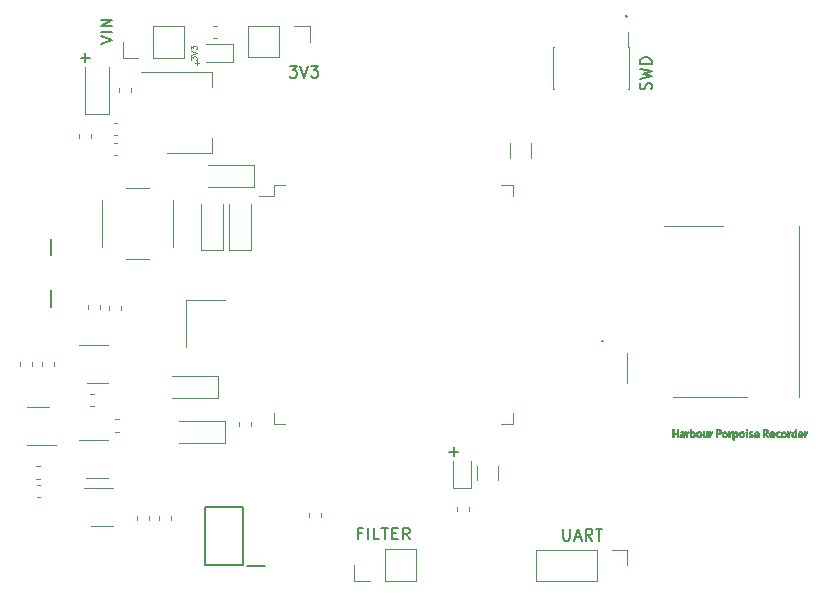
<source format=gbr>
G04 #@! TF.GenerationSoftware,KiCad,Pcbnew,(5.1.4)-1*
G04 #@! TF.CreationDate,2020-04-02T16:16:13+01:00*
G04 #@! TF.ProjectId,hydrophone_stm32_board,68796472-6f70-4686-9f6e-655f73746d33,rev?*
G04 #@! TF.SameCoordinates,Original*
G04 #@! TF.FileFunction,Legend,Top*
G04 #@! TF.FilePolarity,Positive*
%FSLAX46Y46*%
G04 Gerber Fmt 4.6, Leading zero omitted, Abs format (unit mm)*
G04 Created by KiCad (PCBNEW (5.1.4)-1) date 2020-04-02 16:16:13*
%MOMM*%
%LPD*%
G04 APERTURE LIST*
%ADD10C,0.120000*%
%ADD11C,0.075000*%
%ADD12C,0.150000*%
%ADD13C,0.010000*%
%ADD14C,0.100000*%
%ADD15C,0.200000*%
G04 APERTURE END LIST*
D10*
X58800000Y-71400000D02*
G75*
G03X58800000Y-71400000I-50000J0D01*
G01*
X95911803Y-47650000D02*
G75*
G03X95911803Y-47650000I-111803J0D01*
G01*
X64350000Y-63300000D02*
G75*
G03X64350000Y-63300000I-50000J0D01*
G01*
D11*
X59259523Y-51585714D02*
X59640476Y-51585714D01*
X59450000Y-51776190D02*
X59450000Y-51395238D01*
D12*
X80819047Y-84521428D02*
X81580952Y-84521428D01*
X81200000Y-84902380D02*
X81200000Y-84140476D01*
X49619047Y-51171428D02*
X50380952Y-51171428D01*
X50000000Y-51552380D02*
X50000000Y-50790476D01*
D11*
X58926190Y-51369047D02*
X58926190Y-51059523D01*
X59116666Y-51226190D01*
X59116666Y-51154761D01*
X59140476Y-51107142D01*
X59164285Y-51083333D01*
X59211904Y-51059523D01*
X59330952Y-51059523D01*
X59378571Y-51083333D01*
X59402380Y-51107142D01*
X59426190Y-51154761D01*
X59426190Y-51297619D01*
X59402380Y-51345238D01*
X59378571Y-51369047D01*
X58926190Y-50916666D02*
X59426190Y-50750000D01*
X58926190Y-50583333D01*
X58926190Y-50464285D02*
X58926190Y-50154761D01*
X59116666Y-50321428D01*
X59116666Y-50250000D01*
X59140476Y-50202380D01*
X59164285Y-50178571D01*
X59211904Y-50154761D01*
X59330952Y-50154761D01*
X59378571Y-50178571D01*
X59402380Y-50202380D01*
X59426190Y-50250000D01*
X59426190Y-50392857D01*
X59402380Y-50440476D01*
X59378571Y-50464285D01*
D12*
X51302380Y-49995238D02*
X52302380Y-49661904D01*
X51302380Y-49328571D01*
X52302380Y-48995238D02*
X51302380Y-48995238D01*
X52302380Y-48519047D02*
X51302380Y-48519047D01*
X52302380Y-47947619D01*
X51302380Y-47947619D01*
X67311904Y-51852380D02*
X67930952Y-51852380D01*
X67597619Y-52233333D01*
X67740476Y-52233333D01*
X67835714Y-52280952D01*
X67883333Y-52328571D01*
X67930952Y-52423809D01*
X67930952Y-52661904D01*
X67883333Y-52757142D01*
X67835714Y-52804761D01*
X67740476Y-52852380D01*
X67454761Y-52852380D01*
X67359523Y-52804761D01*
X67311904Y-52757142D01*
X68216666Y-51852380D02*
X68550000Y-52852380D01*
X68883333Y-51852380D01*
X69121428Y-51852380D02*
X69740476Y-51852380D01*
X69407142Y-52233333D01*
X69550000Y-52233333D01*
X69645238Y-52280952D01*
X69692857Y-52328571D01*
X69740476Y-52423809D01*
X69740476Y-52661904D01*
X69692857Y-52757142D01*
X69645238Y-52804761D01*
X69550000Y-52852380D01*
X69264285Y-52852380D01*
X69169047Y-52804761D01*
X69121428Y-52757142D01*
X97904761Y-53857142D02*
X97952380Y-53714285D01*
X97952380Y-53476190D01*
X97904761Y-53380952D01*
X97857142Y-53333333D01*
X97761904Y-53285714D01*
X97666666Y-53285714D01*
X97571428Y-53333333D01*
X97523809Y-53380952D01*
X97476190Y-53476190D01*
X97428571Y-53666666D01*
X97380952Y-53761904D01*
X97333333Y-53809523D01*
X97238095Y-53857142D01*
X97142857Y-53857142D01*
X97047619Y-53809523D01*
X97000000Y-53761904D01*
X96952380Y-53666666D01*
X96952380Y-53428571D01*
X97000000Y-53285714D01*
X96952380Y-52952380D02*
X97952380Y-52714285D01*
X97238095Y-52523809D01*
X97952380Y-52333333D01*
X96952380Y-52095238D01*
X97952380Y-51714285D02*
X96952380Y-51714285D01*
X96952380Y-51476190D01*
X97000000Y-51333333D01*
X97095238Y-51238095D01*
X97190476Y-51190476D01*
X97380952Y-51142857D01*
X97523809Y-51142857D01*
X97714285Y-51190476D01*
X97809523Y-51238095D01*
X97904761Y-51333333D01*
X97952380Y-51476190D01*
X97952380Y-51714285D01*
X90454761Y-91052380D02*
X90454761Y-91861904D01*
X90502380Y-91957142D01*
X90550000Y-92004761D01*
X90645238Y-92052380D01*
X90835714Y-92052380D01*
X90930952Y-92004761D01*
X90978571Y-91957142D01*
X91026190Y-91861904D01*
X91026190Y-91052380D01*
X91454761Y-91766666D02*
X91930952Y-91766666D01*
X91359523Y-92052380D02*
X91692857Y-91052380D01*
X92026190Y-92052380D01*
X92930952Y-92052380D02*
X92597619Y-91576190D01*
X92359523Y-92052380D02*
X92359523Y-91052380D01*
X92740476Y-91052380D01*
X92835714Y-91100000D01*
X92883333Y-91147619D01*
X92930952Y-91242857D01*
X92930952Y-91385714D01*
X92883333Y-91480952D01*
X92835714Y-91528571D01*
X92740476Y-91576190D01*
X92359523Y-91576190D01*
X93216666Y-91052380D02*
X93788095Y-91052380D01*
X93502380Y-92052380D02*
X93502380Y-91052380D01*
X73416666Y-91428571D02*
X73083333Y-91428571D01*
X73083333Y-91952380D02*
X73083333Y-90952380D01*
X73559523Y-90952380D01*
X73940476Y-91952380D02*
X73940476Y-90952380D01*
X74892857Y-91952380D02*
X74416666Y-91952380D01*
X74416666Y-90952380D01*
X75083333Y-90952380D02*
X75654761Y-90952380D01*
X75369047Y-91952380D02*
X75369047Y-90952380D01*
X75988095Y-91428571D02*
X76321428Y-91428571D01*
X76464285Y-91952380D02*
X75988095Y-91952380D01*
X75988095Y-90952380D01*
X76464285Y-90952380D01*
X77464285Y-91952380D02*
X77130952Y-91476190D01*
X76892857Y-91952380D02*
X76892857Y-90952380D01*
X77273809Y-90952380D01*
X77369047Y-91000000D01*
X77416666Y-91047619D01*
X77464285Y-91142857D01*
X77464285Y-91285714D01*
X77416666Y-91380952D01*
X77369047Y-91428571D01*
X77273809Y-91476190D01*
X76892857Y-91476190D01*
D13*
G36*
X106027878Y-82617606D02*
G01*
X106045376Y-82632996D01*
X106048714Y-82669000D01*
X106045174Y-82705569D01*
X106027219Y-82720568D01*
X105985214Y-82723429D01*
X105942551Y-82720395D01*
X105925052Y-82705005D01*
X105921714Y-82669000D01*
X105925254Y-82632432D01*
X105943209Y-82617433D01*
X105985214Y-82614572D01*
X106027878Y-82617606D01*
X106027878Y-82617606D01*
G37*
X106027878Y-82617606D02*
X106045376Y-82632996D01*
X106048714Y-82669000D01*
X106045174Y-82705569D01*
X106027219Y-82720568D01*
X105985214Y-82723429D01*
X105942551Y-82720395D01*
X105925052Y-82705005D01*
X105921714Y-82669000D01*
X105925254Y-82632432D01*
X105943209Y-82617433D01*
X105985214Y-82614572D01*
X106027878Y-82617606D01*
G36*
X110949565Y-82820474D02*
G01*
X110969320Y-82834888D01*
X110983488Y-82846559D01*
X111014996Y-82834888D01*
X111064707Y-82818292D01*
X111100307Y-82814143D01*
X111135435Y-82821200D01*
X111146567Y-82849317D01*
X111146857Y-82859500D01*
X111139145Y-82894249D01*
X111109827Y-82904756D01*
X111104312Y-82904857D01*
X111057772Y-82914428D01*
X111024159Y-82945799D01*
X111001486Y-83002954D01*
X110987767Y-83089882D01*
X110983571Y-83147060D01*
X110978525Y-83225839D01*
X110972612Y-83275283D01*
X110963976Y-83302331D01*
X110950759Y-83313920D01*
X110938214Y-83316511D01*
X110896584Y-83314926D01*
X110879250Y-83310463D01*
X110869249Y-83294759D01*
X110862369Y-83254930D01*
X110858276Y-83187255D01*
X110856637Y-83088011D01*
X110856571Y-83057560D01*
X110856571Y-82814143D01*
X110909488Y-82814143D01*
X110949565Y-82820474D01*
X110949565Y-82820474D01*
G37*
X110949565Y-82820474D02*
X110969320Y-82834888D01*
X110983488Y-82846559D01*
X111014996Y-82834888D01*
X111064707Y-82818292D01*
X111100307Y-82814143D01*
X111135435Y-82821200D01*
X111146567Y-82849317D01*
X111146857Y-82859500D01*
X111139145Y-82894249D01*
X111109827Y-82904756D01*
X111104312Y-82904857D01*
X111057772Y-82914428D01*
X111024159Y-82945799D01*
X111001486Y-83002954D01*
X110987767Y-83089882D01*
X110983571Y-83147060D01*
X110978525Y-83225839D01*
X110972612Y-83275283D01*
X110963976Y-83302331D01*
X110950759Y-83313920D01*
X110938214Y-83316511D01*
X110896584Y-83314926D01*
X110879250Y-83310463D01*
X110869249Y-83294759D01*
X110862369Y-83254930D01*
X110858276Y-83187255D01*
X110856637Y-83088011D01*
X110856571Y-83057560D01*
X110856571Y-82814143D01*
X110909488Y-82814143D01*
X110949565Y-82820474D01*
G36*
X110626610Y-82812792D02*
G01*
X110692753Y-82858285D01*
X110741006Y-82925153D01*
X110764595Y-83006071D01*
X110765857Y-83030064D01*
X110765857Y-83086286D01*
X110602571Y-83086286D01*
X110524993Y-83086892D01*
X110476786Y-83089734D01*
X110451047Y-83096347D01*
X110440867Y-83108265D01*
X110439286Y-83122572D01*
X110451587Y-83161367D01*
X110477911Y-83197483D01*
X110504827Y-83219209D01*
X110536531Y-83228765D01*
X110585190Y-83228458D01*
X110623054Y-83224976D01*
X110682380Y-83219600D01*
X110714214Y-83221045D01*
X110727096Y-83231864D01*
X110729568Y-83254607D01*
X110729571Y-83256805D01*
X110715870Y-83296188D01*
X110688750Y-83310708D01*
X110613368Y-83320687D01*
X110529527Y-83316823D01*
X110457163Y-83300278D01*
X110448357Y-83296698D01*
X110383395Y-83258233D01*
X110342956Y-83206909D01*
X110321899Y-83134301D01*
X110316631Y-83080723D01*
X110315767Y-83007780D01*
X110319495Y-82986500D01*
X110439286Y-82986500D01*
X110448244Y-83002912D01*
X110479679Y-83011362D01*
X110539071Y-83013715D01*
X110597881Y-83011679D01*
X110628426Y-83003977D01*
X110638578Y-82988216D01*
X110638857Y-82983393D01*
X110624064Y-82940453D01*
X110588938Y-82903460D01*
X110547356Y-82886760D01*
X110545331Y-82886715D01*
X110505512Y-82900575D01*
X110466395Y-82933434D01*
X110441886Y-82972209D01*
X110439286Y-82986500D01*
X110319495Y-82986500D01*
X110324856Y-82955910D01*
X110346526Y-82910645D01*
X110347984Y-82908301D01*
X110400522Y-82852841D01*
X110472117Y-82812402D01*
X110546552Y-82796027D01*
X110549354Y-82796000D01*
X110626610Y-82812792D01*
X110626610Y-82812792D01*
G37*
X110626610Y-82812792D02*
X110692753Y-82858285D01*
X110741006Y-82925153D01*
X110764595Y-83006071D01*
X110765857Y-83030064D01*
X110765857Y-83086286D01*
X110602571Y-83086286D01*
X110524993Y-83086892D01*
X110476786Y-83089734D01*
X110451047Y-83096347D01*
X110440867Y-83108265D01*
X110439286Y-83122572D01*
X110451587Y-83161367D01*
X110477911Y-83197483D01*
X110504827Y-83219209D01*
X110536531Y-83228765D01*
X110585190Y-83228458D01*
X110623054Y-83224976D01*
X110682380Y-83219600D01*
X110714214Y-83221045D01*
X110727096Y-83231864D01*
X110729568Y-83254607D01*
X110729571Y-83256805D01*
X110715870Y-83296188D01*
X110688750Y-83310708D01*
X110613368Y-83320687D01*
X110529527Y-83316823D01*
X110457163Y-83300278D01*
X110448357Y-83296698D01*
X110383395Y-83258233D01*
X110342956Y-83206909D01*
X110321899Y-83134301D01*
X110316631Y-83080723D01*
X110315767Y-83007780D01*
X110319495Y-82986500D01*
X110439286Y-82986500D01*
X110448244Y-83002912D01*
X110479679Y-83011362D01*
X110539071Y-83013715D01*
X110597881Y-83011679D01*
X110628426Y-83003977D01*
X110638578Y-82988216D01*
X110638857Y-82983393D01*
X110624064Y-82940453D01*
X110588938Y-82903460D01*
X110547356Y-82886760D01*
X110545331Y-82886715D01*
X110505512Y-82900575D01*
X110466395Y-82933434D01*
X110441886Y-82972209D01*
X110439286Y-82986500D01*
X110319495Y-82986500D01*
X110324856Y-82955910D01*
X110346526Y-82910645D01*
X110347984Y-82908301D01*
X110400522Y-82852841D01*
X110472117Y-82812402D01*
X110546552Y-82796027D01*
X110549354Y-82796000D01*
X110626610Y-82812792D01*
G36*
X110157953Y-82599231D02*
G01*
X110162607Y-82599760D01*
X110212500Y-82605500D01*
X110217419Y-82952406D01*
X110222339Y-83299311D01*
X110165259Y-83310727D01*
X110067233Y-83321022D01*
X109971979Y-83314860D01*
X109899893Y-83295245D01*
X109834689Y-83248550D01*
X109790702Y-83179411D01*
X109770375Y-83096434D01*
X109773451Y-83049437D01*
X109894510Y-83049437D01*
X109902111Y-83121593D01*
X109934336Y-83180631D01*
X109987575Y-83219502D01*
X110048390Y-83231429D01*
X110112714Y-83231429D01*
X110112714Y-83070110D01*
X110112213Y-82993125D01*
X110109421Y-82944901D01*
X110102405Y-82917914D01*
X110089231Y-82904642D01*
X110068397Y-82897668D01*
X110005272Y-82898735D01*
X109948336Y-82928231D01*
X109915144Y-82971212D01*
X109894510Y-83049437D01*
X109773451Y-83049437D01*
X109776150Y-83008225D01*
X109799778Y-82942433D01*
X109853806Y-82866972D01*
X109924990Y-82822483D01*
X110017368Y-82806488D01*
X110021530Y-82806407D01*
X110112689Y-82805072D01*
X110112702Y-82699545D01*
X110113485Y-82640552D01*
X110118552Y-82609638D01*
X110132007Y-82598600D01*
X110157953Y-82599231D01*
X110157953Y-82599231D01*
G37*
X110157953Y-82599231D02*
X110162607Y-82599760D01*
X110212500Y-82605500D01*
X110217419Y-82952406D01*
X110222339Y-83299311D01*
X110165259Y-83310727D01*
X110067233Y-83321022D01*
X109971979Y-83314860D01*
X109899893Y-83295245D01*
X109834689Y-83248550D01*
X109790702Y-83179411D01*
X109770375Y-83096434D01*
X109773451Y-83049437D01*
X109894510Y-83049437D01*
X109902111Y-83121593D01*
X109934336Y-83180631D01*
X109987575Y-83219502D01*
X110048390Y-83231429D01*
X110112714Y-83231429D01*
X110112714Y-83070110D01*
X110112213Y-82993125D01*
X110109421Y-82944901D01*
X110102405Y-82917914D01*
X110089231Y-82904642D01*
X110068397Y-82897668D01*
X110005272Y-82898735D01*
X109948336Y-82928231D01*
X109915144Y-82971212D01*
X109894510Y-83049437D01*
X109773451Y-83049437D01*
X109776150Y-83008225D01*
X109799778Y-82942433D01*
X109853806Y-82866972D01*
X109924990Y-82822483D01*
X110017368Y-82806488D01*
X110021530Y-82806407D01*
X110112689Y-82805072D01*
X110112702Y-82699545D01*
X110113485Y-82640552D01*
X110118552Y-82609638D01*
X110132007Y-82598600D01*
X110157953Y-82599231D01*
G36*
X109534422Y-82820474D02*
G01*
X109554177Y-82834888D01*
X109568345Y-82846559D01*
X109599853Y-82834888D01*
X109649564Y-82818292D01*
X109685164Y-82814143D01*
X109720292Y-82821200D01*
X109731424Y-82849317D01*
X109731714Y-82859500D01*
X109724002Y-82894249D01*
X109694684Y-82904756D01*
X109689169Y-82904857D01*
X109642629Y-82914428D01*
X109609016Y-82945799D01*
X109586344Y-83002954D01*
X109572624Y-83089882D01*
X109568429Y-83147060D01*
X109563382Y-83225839D01*
X109557469Y-83275283D01*
X109548833Y-83302331D01*
X109535616Y-83313920D01*
X109523072Y-83316511D01*
X109481442Y-83314926D01*
X109464107Y-83310463D01*
X109454106Y-83294759D01*
X109447226Y-83254930D01*
X109443134Y-83187255D01*
X109441494Y-83088011D01*
X109441429Y-83057560D01*
X109441429Y-82814143D01*
X109494345Y-82814143D01*
X109534422Y-82820474D01*
X109534422Y-82820474D01*
G37*
X109534422Y-82820474D02*
X109554177Y-82834888D01*
X109568345Y-82846559D01*
X109599853Y-82834888D01*
X109649564Y-82818292D01*
X109685164Y-82814143D01*
X109720292Y-82821200D01*
X109731424Y-82849317D01*
X109731714Y-82859500D01*
X109724002Y-82894249D01*
X109694684Y-82904756D01*
X109689169Y-82904857D01*
X109642629Y-82914428D01*
X109609016Y-82945799D01*
X109586344Y-83002954D01*
X109572624Y-83089882D01*
X109568429Y-83147060D01*
X109563382Y-83225839D01*
X109557469Y-83275283D01*
X109548833Y-83302331D01*
X109535616Y-83313920D01*
X109523072Y-83316511D01*
X109481442Y-83314926D01*
X109464107Y-83310463D01*
X109454106Y-83294759D01*
X109447226Y-83254930D01*
X109443134Y-83187255D01*
X109441494Y-83088011D01*
X109441429Y-83057560D01*
X109441429Y-82814143D01*
X109494345Y-82814143D01*
X109534422Y-82820474D01*
G36*
X109136468Y-82799089D02*
G01*
X109190321Y-82814703D01*
X109265399Y-82854303D01*
X109314527Y-82913407D01*
X109341054Y-82996958D01*
X109346609Y-83045221D01*
X109348280Y-83112538D01*
X109339496Y-83160192D01*
X109316874Y-83204112D01*
X109310954Y-83213022D01*
X109272381Y-83259415D01*
X109231279Y-83294244D01*
X109223170Y-83298933D01*
X109160732Y-83316578D01*
X109085797Y-83319284D01*
X109019196Y-83306458D01*
X109015072Y-83304834D01*
X108947443Y-83259742D01*
X108903963Y-83189497D01*
X108883571Y-83092307D01*
X108882769Y-83081164D01*
X108884161Y-83055035D01*
X109006000Y-83055035D01*
X109012136Y-83126984D01*
X109028553Y-83181438D01*
X109034243Y-83191106D01*
X109076823Y-83224466D01*
X109129500Y-83230615D01*
X109178366Y-83209554D01*
X109195471Y-83191106D01*
X109216846Y-83138178D01*
X109224664Y-83069652D01*
X109219353Y-82999726D01*
X109201337Y-82942598D01*
X109187429Y-82923000D01*
X109136356Y-82889782D01*
X109087842Y-82889255D01*
X109046728Y-82917896D01*
X109017854Y-82972181D01*
X109006061Y-83048587D01*
X109006000Y-83055035D01*
X108884161Y-83055035D01*
X108888257Y-82978177D01*
X108919846Y-82899463D01*
X108978819Y-82842828D01*
X109038342Y-82814703D01*
X109092952Y-82799065D01*
X109136468Y-82799089D01*
X109136468Y-82799089D01*
G37*
X109136468Y-82799089D02*
X109190321Y-82814703D01*
X109265399Y-82854303D01*
X109314527Y-82913407D01*
X109341054Y-82996958D01*
X109346609Y-83045221D01*
X109348280Y-83112538D01*
X109339496Y-83160192D01*
X109316874Y-83204112D01*
X109310954Y-83213022D01*
X109272381Y-83259415D01*
X109231279Y-83294244D01*
X109223170Y-83298933D01*
X109160732Y-83316578D01*
X109085797Y-83319284D01*
X109019196Y-83306458D01*
X109015072Y-83304834D01*
X108947443Y-83259742D01*
X108903963Y-83189497D01*
X108883571Y-83092307D01*
X108882769Y-83081164D01*
X108884161Y-83055035D01*
X109006000Y-83055035D01*
X109012136Y-83126984D01*
X109028553Y-83181438D01*
X109034243Y-83191106D01*
X109076823Y-83224466D01*
X109129500Y-83230615D01*
X109178366Y-83209554D01*
X109195471Y-83191106D01*
X109216846Y-83138178D01*
X109224664Y-83069652D01*
X109219353Y-82999726D01*
X109201337Y-82942598D01*
X109187429Y-82923000D01*
X109136356Y-82889782D01*
X109087842Y-82889255D01*
X109046728Y-82917896D01*
X109017854Y-82972181D01*
X109006061Y-83048587D01*
X109006000Y-83055035D01*
X108884161Y-83055035D01*
X108888257Y-82978177D01*
X108919846Y-82899463D01*
X108978819Y-82842828D01*
X109038342Y-82814703D01*
X109092952Y-82799065D01*
X109136468Y-82799089D01*
G36*
X108738194Y-82805395D02*
G01*
X108741408Y-82805983D01*
X108786078Y-82819064D01*
X108804219Y-82840829D01*
X108806429Y-82860809D01*
X108803438Y-82885813D01*
X108788359Y-82897839D01*
X108752034Y-82900738D01*
X108714128Y-82899612D01*
X108638057Y-82905956D01*
X108587899Y-82934706D01*
X108560434Y-82989230D01*
X108552429Y-83068836D01*
X108556017Y-83127089D01*
X108570701Y-83164372D01*
X108602322Y-83195593D01*
X108646141Y-83221703D01*
X108695025Y-83227822D01*
X108728255Y-83224617D01*
X108777731Y-83220470D01*
X108803186Y-83228082D01*
X108815922Y-83250904D01*
X108816091Y-83251432D01*
X108821879Y-83281248D01*
X108811670Y-83299572D01*
X108779120Y-83310067D01*
X108717889Y-83316395D01*
X108701725Y-83317478D01*
X108629183Y-83318015D01*
X108576467Y-83306523D01*
X108539702Y-83287660D01*
X108472932Y-83225395D01*
X108434463Y-83142052D01*
X108425429Y-83067250D01*
X108440624Y-82966364D01*
X108483524Y-82886405D01*
X108550104Y-82830705D01*
X108636336Y-82802592D01*
X108738194Y-82805395D01*
X108738194Y-82805395D01*
G37*
X108738194Y-82805395D02*
X108741408Y-82805983D01*
X108786078Y-82819064D01*
X108804219Y-82840829D01*
X108806429Y-82860809D01*
X108803438Y-82885813D01*
X108788359Y-82897839D01*
X108752034Y-82900738D01*
X108714128Y-82899612D01*
X108638057Y-82905956D01*
X108587899Y-82934706D01*
X108560434Y-82989230D01*
X108552429Y-83068836D01*
X108556017Y-83127089D01*
X108570701Y-83164372D01*
X108602322Y-83195593D01*
X108646141Y-83221703D01*
X108695025Y-83227822D01*
X108728255Y-83224617D01*
X108777731Y-83220470D01*
X108803186Y-83228082D01*
X108815922Y-83250904D01*
X108816091Y-83251432D01*
X108821879Y-83281248D01*
X108811670Y-83299572D01*
X108779120Y-83310067D01*
X108717889Y-83316395D01*
X108701725Y-83317478D01*
X108629183Y-83318015D01*
X108576467Y-83306523D01*
X108539702Y-83287660D01*
X108472932Y-83225395D01*
X108434463Y-83142052D01*
X108425429Y-83067250D01*
X108440624Y-82966364D01*
X108483524Y-82886405D01*
X108550104Y-82830705D01*
X108636336Y-82802592D01*
X108738194Y-82805395D01*
G36*
X108213610Y-82812792D02*
G01*
X108279753Y-82858285D01*
X108328006Y-82925153D01*
X108351595Y-83006071D01*
X108352857Y-83030064D01*
X108352857Y-83086286D01*
X108189572Y-83086286D01*
X108111993Y-83086892D01*
X108063786Y-83089734D01*
X108038047Y-83096347D01*
X108027867Y-83108265D01*
X108026286Y-83122572D01*
X108038587Y-83161367D01*
X108064911Y-83197483D01*
X108091827Y-83219209D01*
X108123531Y-83228765D01*
X108172190Y-83228458D01*
X108210054Y-83224976D01*
X108269380Y-83219600D01*
X108301214Y-83221045D01*
X108314096Y-83231864D01*
X108316568Y-83254607D01*
X108316572Y-83256805D01*
X108302870Y-83296188D01*
X108275750Y-83310708D01*
X108200368Y-83320687D01*
X108116527Y-83316823D01*
X108044163Y-83300278D01*
X108035357Y-83296698D01*
X107970395Y-83258233D01*
X107929956Y-83206909D01*
X107908899Y-83134301D01*
X107903631Y-83080723D01*
X107902767Y-83007780D01*
X107906495Y-82986500D01*
X108026286Y-82986500D01*
X108035244Y-83002912D01*
X108066679Y-83011362D01*
X108126072Y-83013715D01*
X108184881Y-83011679D01*
X108215426Y-83003977D01*
X108225578Y-82988216D01*
X108225857Y-82983393D01*
X108211064Y-82940453D01*
X108175938Y-82903460D01*
X108134356Y-82886760D01*
X108132331Y-82886715D01*
X108092512Y-82900575D01*
X108053395Y-82933434D01*
X108028886Y-82972209D01*
X108026286Y-82986500D01*
X107906495Y-82986500D01*
X107911856Y-82955910D01*
X107933526Y-82910645D01*
X107934984Y-82908301D01*
X107987522Y-82852841D01*
X108059117Y-82812402D01*
X108133552Y-82796027D01*
X108136354Y-82796000D01*
X108213610Y-82812792D01*
X108213610Y-82812792D01*
G37*
X108213610Y-82812792D02*
X108279753Y-82858285D01*
X108328006Y-82925153D01*
X108351595Y-83006071D01*
X108352857Y-83030064D01*
X108352857Y-83086286D01*
X108189572Y-83086286D01*
X108111993Y-83086892D01*
X108063786Y-83089734D01*
X108038047Y-83096347D01*
X108027867Y-83108265D01*
X108026286Y-83122572D01*
X108038587Y-83161367D01*
X108064911Y-83197483D01*
X108091827Y-83219209D01*
X108123531Y-83228765D01*
X108172190Y-83228458D01*
X108210054Y-83224976D01*
X108269380Y-83219600D01*
X108301214Y-83221045D01*
X108314096Y-83231864D01*
X108316568Y-83254607D01*
X108316572Y-83256805D01*
X108302870Y-83296188D01*
X108275750Y-83310708D01*
X108200368Y-83320687D01*
X108116527Y-83316823D01*
X108044163Y-83300278D01*
X108035357Y-83296698D01*
X107970395Y-83258233D01*
X107929956Y-83206909D01*
X107908899Y-83134301D01*
X107903631Y-83080723D01*
X107902767Y-83007780D01*
X107906495Y-82986500D01*
X108026286Y-82986500D01*
X108035244Y-83002912D01*
X108066679Y-83011362D01*
X108126072Y-83013715D01*
X108184881Y-83011679D01*
X108215426Y-83003977D01*
X108225578Y-82988216D01*
X108225857Y-82983393D01*
X108211064Y-82940453D01*
X108175938Y-82903460D01*
X108134356Y-82886760D01*
X108132331Y-82886715D01*
X108092512Y-82900575D01*
X108053395Y-82933434D01*
X108028886Y-82972209D01*
X108026286Y-82986500D01*
X107906495Y-82986500D01*
X107911856Y-82955910D01*
X107933526Y-82910645D01*
X107934984Y-82908301D01*
X107987522Y-82852841D01*
X108059117Y-82812402D01*
X108133552Y-82796027D01*
X108136354Y-82796000D01*
X108213610Y-82812792D01*
G36*
X107513750Y-82614640D02*
G01*
X107600486Y-82617670D01*
X107661551Y-82627847D01*
X107707159Y-82646944D01*
X107710232Y-82648780D01*
X107769636Y-82703630D01*
X107800130Y-82772873D01*
X107801259Y-82848387D01*
X107772569Y-82922050D01*
X107728392Y-82973710D01*
X107667481Y-83027191D01*
X107758408Y-83157914D01*
X107805795Y-83230250D01*
X107830057Y-83278301D01*
X107832443Y-83304666D01*
X107830282Y-83307690D01*
X107797003Y-83322971D01*
X107755694Y-83308455D01*
X107704784Y-83262970D01*
X107642700Y-83185342D01*
X107616583Y-83148240D01*
X107509214Y-82991642D01*
X107503881Y-83142708D01*
X107498411Y-83224289D01*
X107489125Y-83281106D01*
X107476959Y-83307486D01*
X107476667Y-83307681D01*
X107436616Y-83320703D01*
X107397158Y-83317230D01*
X107385238Y-83310048D01*
X107381442Y-83288909D01*
X107378134Y-83237350D01*
X107375514Y-83161235D01*
X107373784Y-83066426D01*
X107373143Y-82958789D01*
X107373143Y-82841357D01*
X107500143Y-82841357D01*
X107501543Y-82915301D01*
X107508421Y-82957781D01*
X107524794Y-82973591D01*
X107554678Y-82967521D01*
X107591220Y-82950027D01*
X107649920Y-82904137D01*
X107675100Y-82844962D01*
X107672233Y-82794785D01*
X107644534Y-82739530D01*
X107591611Y-82710267D01*
X107546693Y-82705286D01*
X107523019Y-82706849D01*
X107509143Y-82716634D01*
X107502448Y-82742289D01*
X107500318Y-82791460D01*
X107500143Y-82841357D01*
X107373143Y-82841357D01*
X107373143Y-82614572D01*
X107513750Y-82614640D01*
X107513750Y-82614640D01*
G37*
X107513750Y-82614640D02*
X107600486Y-82617670D01*
X107661551Y-82627847D01*
X107707159Y-82646944D01*
X107710232Y-82648780D01*
X107769636Y-82703630D01*
X107800130Y-82772873D01*
X107801259Y-82848387D01*
X107772569Y-82922050D01*
X107728392Y-82973710D01*
X107667481Y-83027191D01*
X107758408Y-83157914D01*
X107805795Y-83230250D01*
X107830057Y-83278301D01*
X107832443Y-83304666D01*
X107830282Y-83307690D01*
X107797003Y-83322971D01*
X107755694Y-83308455D01*
X107704784Y-83262970D01*
X107642700Y-83185342D01*
X107616583Y-83148240D01*
X107509214Y-82991642D01*
X107503881Y-83142708D01*
X107498411Y-83224289D01*
X107489125Y-83281106D01*
X107476959Y-83307486D01*
X107476667Y-83307681D01*
X107436616Y-83320703D01*
X107397158Y-83317230D01*
X107385238Y-83310048D01*
X107381442Y-83288909D01*
X107378134Y-83237350D01*
X107375514Y-83161235D01*
X107373784Y-83066426D01*
X107373143Y-82958789D01*
X107373143Y-82841357D01*
X107500143Y-82841357D01*
X107501543Y-82915301D01*
X107508421Y-82957781D01*
X107524794Y-82973591D01*
X107554678Y-82967521D01*
X107591220Y-82950027D01*
X107649920Y-82904137D01*
X107675100Y-82844962D01*
X107672233Y-82794785D01*
X107644534Y-82739530D01*
X107591611Y-82710267D01*
X107546693Y-82705286D01*
X107523019Y-82706849D01*
X107509143Y-82716634D01*
X107502448Y-82742289D01*
X107500318Y-82791460D01*
X107500143Y-82841357D01*
X107373143Y-82841357D01*
X107373143Y-82614572D01*
X107513750Y-82614640D01*
G36*
X106907324Y-82812792D02*
G01*
X106973467Y-82858285D01*
X107021720Y-82925153D01*
X107045309Y-83006071D01*
X107046571Y-83030064D01*
X107046571Y-83086286D01*
X106883286Y-83086286D01*
X106805707Y-83086892D01*
X106757501Y-83089734D01*
X106731761Y-83096347D01*
X106721581Y-83108265D01*
X106720000Y-83122572D01*
X106732301Y-83161367D01*
X106758626Y-83197483D01*
X106785542Y-83219209D01*
X106817245Y-83228765D01*
X106865904Y-83228458D01*
X106903769Y-83224976D01*
X106963095Y-83219600D01*
X106994928Y-83221045D01*
X107007810Y-83231864D01*
X107010282Y-83254607D01*
X107010286Y-83256805D01*
X106996585Y-83296188D01*
X106969464Y-83310708D01*
X106894082Y-83320687D01*
X106810241Y-83316823D01*
X106737878Y-83300278D01*
X106729071Y-83296698D01*
X106664110Y-83258233D01*
X106623670Y-83206909D01*
X106602613Y-83134301D01*
X106597345Y-83080723D01*
X106596482Y-83007780D01*
X106600210Y-82986500D01*
X106720000Y-82986500D01*
X106728959Y-83002912D01*
X106760394Y-83011362D01*
X106819786Y-83013715D01*
X106878595Y-83011679D01*
X106909140Y-83003977D01*
X106919293Y-82988216D01*
X106919571Y-82983393D01*
X106904779Y-82940453D01*
X106869652Y-82903460D01*
X106828070Y-82886760D01*
X106826045Y-82886715D01*
X106786226Y-82900575D01*
X106747110Y-82933434D01*
X106722600Y-82972209D01*
X106720000Y-82986500D01*
X106600210Y-82986500D01*
X106605570Y-82955910D01*
X106627241Y-82910645D01*
X106628698Y-82908301D01*
X106681237Y-82852841D01*
X106752831Y-82812402D01*
X106827266Y-82796027D01*
X106830068Y-82796000D01*
X106907324Y-82812792D01*
X106907324Y-82812792D01*
G37*
X106907324Y-82812792D02*
X106973467Y-82858285D01*
X107021720Y-82925153D01*
X107045309Y-83006071D01*
X107046571Y-83030064D01*
X107046571Y-83086286D01*
X106883286Y-83086286D01*
X106805707Y-83086892D01*
X106757501Y-83089734D01*
X106731761Y-83096347D01*
X106721581Y-83108265D01*
X106720000Y-83122572D01*
X106732301Y-83161367D01*
X106758626Y-83197483D01*
X106785542Y-83219209D01*
X106817245Y-83228765D01*
X106865904Y-83228458D01*
X106903769Y-83224976D01*
X106963095Y-83219600D01*
X106994928Y-83221045D01*
X107007810Y-83231864D01*
X107010282Y-83254607D01*
X107010286Y-83256805D01*
X106996585Y-83296188D01*
X106969464Y-83310708D01*
X106894082Y-83320687D01*
X106810241Y-83316823D01*
X106737878Y-83300278D01*
X106729071Y-83296698D01*
X106664110Y-83258233D01*
X106623670Y-83206909D01*
X106602613Y-83134301D01*
X106597345Y-83080723D01*
X106596482Y-83007780D01*
X106600210Y-82986500D01*
X106720000Y-82986500D01*
X106728959Y-83002912D01*
X106760394Y-83011362D01*
X106819786Y-83013715D01*
X106878595Y-83011679D01*
X106909140Y-83003977D01*
X106919293Y-82988216D01*
X106919571Y-82983393D01*
X106904779Y-82940453D01*
X106869652Y-82903460D01*
X106828070Y-82886760D01*
X106826045Y-82886715D01*
X106786226Y-82900575D01*
X106747110Y-82933434D01*
X106722600Y-82972209D01*
X106720000Y-82986500D01*
X106600210Y-82986500D01*
X106605570Y-82955910D01*
X106627241Y-82910645D01*
X106628698Y-82908301D01*
X106681237Y-82852841D01*
X106752831Y-82812402D01*
X106827266Y-82796027D01*
X106830068Y-82796000D01*
X106907324Y-82812792D01*
G36*
X106436318Y-82809284D02*
G01*
X106477548Y-82829389D01*
X106493214Y-82859500D01*
X106488506Y-82881770D01*
X106468154Y-82891343D01*
X106422815Y-82891854D01*
X106411571Y-82891281D01*
X106337207Y-82893858D01*
X106295570Y-82909617D01*
X106286898Y-82935585D01*
X106311426Y-82968793D01*
X106369388Y-83006269D01*
X106401249Y-83021463D01*
X106472275Y-83061291D01*
X106510620Y-83106380D01*
X106519882Y-83162642D01*
X106512837Y-83204777D01*
X106482792Y-83254953D01*
X106425929Y-83292788D01*
X106350392Y-83315654D01*
X106264325Y-83320928D01*
X106188261Y-83309433D01*
X106162678Y-83287474D01*
X106161046Y-83261644D01*
X106169847Y-83236359D01*
X106193547Y-83226884D01*
X106237823Y-83228071D01*
X106318177Y-83229368D01*
X106367583Y-83216853D01*
X106389148Y-83189240D01*
X106390037Y-83165063D01*
X106378032Y-83131386D01*
X106345803Y-83106186D01*
X106304584Y-83088589D01*
X106227826Y-83048264D01*
X106180769Y-82998279D01*
X106164358Y-82943782D01*
X106179541Y-82889918D01*
X106227263Y-82841835D01*
X106256137Y-82825144D01*
X106315921Y-82805758D01*
X106379212Y-82800939D01*
X106436318Y-82809284D01*
X106436318Y-82809284D01*
G37*
X106436318Y-82809284D02*
X106477548Y-82829389D01*
X106493214Y-82859500D01*
X106488506Y-82881770D01*
X106468154Y-82891343D01*
X106422815Y-82891854D01*
X106411571Y-82891281D01*
X106337207Y-82893858D01*
X106295570Y-82909617D01*
X106286898Y-82935585D01*
X106311426Y-82968793D01*
X106369388Y-83006269D01*
X106401249Y-83021463D01*
X106472275Y-83061291D01*
X106510620Y-83106380D01*
X106519882Y-83162642D01*
X106512837Y-83204777D01*
X106482792Y-83254953D01*
X106425929Y-83292788D01*
X106350392Y-83315654D01*
X106264325Y-83320928D01*
X106188261Y-83309433D01*
X106162678Y-83287474D01*
X106161046Y-83261644D01*
X106169847Y-83236359D01*
X106193547Y-83226884D01*
X106237823Y-83228071D01*
X106318177Y-83229368D01*
X106367583Y-83216853D01*
X106389148Y-83189240D01*
X106390037Y-83165063D01*
X106378032Y-83131386D01*
X106345803Y-83106186D01*
X106304584Y-83088589D01*
X106227826Y-83048264D01*
X106180769Y-82998279D01*
X106164358Y-82943782D01*
X106179541Y-82889918D01*
X106227263Y-82841835D01*
X106256137Y-82825144D01*
X106315921Y-82805758D01*
X106379212Y-82800939D01*
X106436318Y-82809284D01*
G36*
X106066857Y-83056183D02*
G01*
X106066259Y-83156844D01*
X106064041Y-83226879D01*
X106059568Y-83271933D01*
X106052203Y-83297650D01*
X106041313Y-83309676D01*
X106038159Y-83311131D01*
X105986115Y-83321628D01*
X105951952Y-83310048D01*
X105947002Y-83287965D01*
X105943031Y-83237646D01*
X105940512Y-83167138D01*
X105939857Y-83103521D01*
X105939387Y-83017236D01*
X105937148Y-82960523D01*
X105931896Y-82926674D01*
X105922388Y-82908979D01*
X105907381Y-82900728D01*
X105901994Y-82899188D01*
X105872566Y-82878434D01*
X105870413Y-82856251D01*
X105882365Y-82835540D01*
X105913852Y-82823737D01*
X105971777Y-82817731D01*
X106066857Y-82812247D01*
X106066857Y-83056183D01*
X106066857Y-83056183D01*
G37*
X106066857Y-83056183D02*
X106066259Y-83156844D01*
X106064041Y-83226879D01*
X106059568Y-83271933D01*
X106052203Y-83297650D01*
X106041313Y-83309676D01*
X106038159Y-83311131D01*
X105986115Y-83321628D01*
X105951952Y-83310048D01*
X105947002Y-83287965D01*
X105943031Y-83237646D01*
X105940512Y-83167138D01*
X105939857Y-83103521D01*
X105939387Y-83017236D01*
X105937148Y-82960523D01*
X105931896Y-82926674D01*
X105922388Y-82908979D01*
X105907381Y-82900728D01*
X105901994Y-82899188D01*
X105872566Y-82878434D01*
X105870413Y-82856251D01*
X105882365Y-82835540D01*
X105913852Y-82823737D01*
X105971777Y-82817731D01*
X106066857Y-82812247D01*
X106066857Y-83056183D01*
G36*
X105598611Y-82799089D02*
G01*
X105652464Y-82814703D01*
X105727542Y-82854303D01*
X105776669Y-82913407D01*
X105803197Y-82996958D01*
X105808752Y-83045221D01*
X105810423Y-83112538D01*
X105801639Y-83160192D01*
X105779016Y-83204112D01*
X105773097Y-83213022D01*
X105734524Y-83259415D01*
X105693422Y-83294244D01*
X105685313Y-83298933D01*
X105622875Y-83316578D01*
X105547940Y-83319284D01*
X105481338Y-83306458D01*
X105477214Y-83304834D01*
X105409586Y-83259742D01*
X105366106Y-83189497D01*
X105345714Y-83092307D01*
X105344912Y-83081164D01*
X105346304Y-83055035D01*
X105468143Y-83055035D01*
X105474279Y-83126984D01*
X105490696Y-83181438D01*
X105496386Y-83191106D01*
X105538966Y-83224466D01*
X105591643Y-83230615D01*
X105640509Y-83209554D01*
X105657614Y-83191106D01*
X105678989Y-83138178D01*
X105686807Y-83069652D01*
X105681495Y-82999726D01*
X105663480Y-82942598D01*
X105649571Y-82923000D01*
X105598499Y-82889782D01*
X105549985Y-82889255D01*
X105508871Y-82917896D01*
X105479997Y-82972181D01*
X105468204Y-83048587D01*
X105468143Y-83055035D01*
X105346304Y-83055035D01*
X105350400Y-82978177D01*
X105381989Y-82899463D01*
X105440962Y-82842828D01*
X105500484Y-82814703D01*
X105555095Y-82799065D01*
X105598611Y-82799089D01*
X105598611Y-82799089D01*
G37*
X105598611Y-82799089D02*
X105652464Y-82814703D01*
X105727542Y-82854303D01*
X105776669Y-82913407D01*
X105803197Y-82996958D01*
X105808752Y-83045221D01*
X105810423Y-83112538D01*
X105801639Y-83160192D01*
X105779016Y-83204112D01*
X105773097Y-83213022D01*
X105734524Y-83259415D01*
X105693422Y-83294244D01*
X105685313Y-83298933D01*
X105622875Y-83316578D01*
X105547940Y-83319284D01*
X105481338Y-83306458D01*
X105477214Y-83304834D01*
X105409586Y-83259742D01*
X105366106Y-83189497D01*
X105345714Y-83092307D01*
X105344912Y-83081164D01*
X105346304Y-83055035D01*
X105468143Y-83055035D01*
X105474279Y-83126984D01*
X105490696Y-83181438D01*
X105496386Y-83191106D01*
X105538966Y-83224466D01*
X105591643Y-83230615D01*
X105640509Y-83209554D01*
X105657614Y-83191106D01*
X105678989Y-83138178D01*
X105686807Y-83069652D01*
X105681495Y-82999726D01*
X105663480Y-82942598D01*
X105649571Y-82923000D01*
X105598499Y-82889782D01*
X105549985Y-82889255D01*
X105508871Y-82917896D01*
X105479997Y-82972181D01*
X105468204Y-83048587D01*
X105468143Y-83055035D01*
X105346304Y-83055035D01*
X105350400Y-82978177D01*
X105381989Y-82899463D01*
X105440962Y-82842828D01*
X105500484Y-82814703D01*
X105555095Y-82799065D01*
X105598611Y-82799089D01*
G36*
X104545136Y-82820474D02*
G01*
X104564891Y-82834888D01*
X104579059Y-82846559D01*
X104610567Y-82834888D01*
X104660278Y-82818292D01*
X104695879Y-82814143D01*
X104731007Y-82821200D01*
X104742138Y-82849317D01*
X104742429Y-82859500D01*
X104734716Y-82894249D01*
X104705398Y-82904756D01*
X104699883Y-82904857D01*
X104653343Y-82914428D01*
X104619730Y-82945799D01*
X104597058Y-83002954D01*
X104583338Y-83089882D01*
X104579143Y-83147060D01*
X104574096Y-83225839D01*
X104568183Y-83275283D01*
X104559547Y-83302331D01*
X104546331Y-83313920D01*
X104533786Y-83316511D01*
X104492156Y-83314926D01*
X104474822Y-83310463D01*
X104464821Y-83294759D01*
X104457941Y-83254930D01*
X104453848Y-83187255D01*
X104452209Y-83088011D01*
X104452143Y-83057560D01*
X104452143Y-82814143D01*
X104505060Y-82814143D01*
X104545136Y-82820474D01*
X104545136Y-82820474D01*
G37*
X104545136Y-82820474D02*
X104564891Y-82834888D01*
X104579059Y-82846559D01*
X104610567Y-82834888D01*
X104660278Y-82818292D01*
X104695879Y-82814143D01*
X104731007Y-82821200D01*
X104742138Y-82849317D01*
X104742429Y-82859500D01*
X104734716Y-82894249D01*
X104705398Y-82904756D01*
X104699883Y-82904857D01*
X104653343Y-82914428D01*
X104619730Y-82945799D01*
X104597058Y-83002954D01*
X104583338Y-83089882D01*
X104579143Y-83147060D01*
X104574096Y-83225839D01*
X104568183Y-83275283D01*
X104559547Y-83302331D01*
X104546331Y-83313920D01*
X104533786Y-83316511D01*
X104492156Y-83314926D01*
X104474822Y-83310463D01*
X104464821Y-83294759D01*
X104457941Y-83254930D01*
X104453848Y-83187255D01*
X104452209Y-83088011D01*
X104452143Y-83057560D01*
X104452143Y-82814143D01*
X104505060Y-82814143D01*
X104545136Y-82820474D01*
G36*
X104147182Y-82799089D02*
G01*
X104201035Y-82814703D01*
X104276114Y-82854303D01*
X104325241Y-82913407D01*
X104351768Y-82996958D01*
X104357323Y-83045221D01*
X104358994Y-83112538D01*
X104350210Y-83160192D01*
X104327588Y-83204112D01*
X104321668Y-83213022D01*
X104283095Y-83259415D01*
X104241993Y-83294244D01*
X104233884Y-83298933D01*
X104171446Y-83316578D01*
X104096511Y-83319284D01*
X104029910Y-83306458D01*
X104025786Y-83304834D01*
X103958157Y-83259742D01*
X103914677Y-83189497D01*
X103894286Y-83092307D01*
X103893483Y-83081164D01*
X103894875Y-83055035D01*
X104016714Y-83055035D01*
X104022851Y-83126984D01*
X104039268Y-83181438D01*
X104044957Y-83191106D01*
X104087537Y-83224466D01*
X104140214Y-83230615D01*
X104189080Y-83209554D01*
X104206186Y-83191106D01*
X104227560Y-83138178D01*
X104235379Y-83069652D01*
X104230067Y-82999726D01*
X104212051Y-82942598D01*
X104198143Y-82923000D01*
X104147071Y-82889782D01*
X104098557Y-82889255D01*
X104057442Y-82917896D01*
X104028568Y-82972181D01*
X104016775Y-83048587D01*
X104016714Y-83055035D01*
X103894875Y-83055035D01*
X103898971Y-82978177D01*
X103930561Y-82899463D01*
X103989533Y-82842828D01*
X104049056Y-82814703D01*
X104103666Y-82799065D01*
X104147182Y-82799089D01*
X104147182Y-82799089D01*
G37*
X104147182Y-82799089D02*
X104201035Y-82814703D01*
X104276114Y-82854303D01*
X104325241Y-82913407D01*
X104351768Y-82996958D01*
X104357323Y-83045221D01*
X104358994Y-83112538D01*
X104350210Y-83160192D01*
X104327588Y-83204112D01*
X104321668Y-83213022D01*
X104283095Y-83259415D01*
X104241993Y-83294244D01*
X104233884Y-83298933D01*
X104171446Y-83316578D01*
X104096511Y-83319284D01*
X104029910Y-83306458D01*
X104025786Y-83304834D01*
X103958157Y-83259742D01*
X103914677Y-83189497D01*
X103894286Y-83092307D01*
X103893483Y-83081164D01*
X103894875Y-83055035D01*
X104016714Y-83055035D01*
X104022851Y-83126984D01*
X104039268Y-83181438D01*
X104044957Y-83191106D01*
X104087537Y-83224466D01*
X104140214Y-83230615D01*
X104189080Y-83209554D01*
X104206186Y-83191106D01*
X104227560Y-83138178D01*
X104235379Y-83069652D01*
X104230067Y-82999726D01*
X104212051Y-82942598D01*
X104198143Y-82923000D01*
X104147071Y-82889782D01*
X104098557Y-82889255D01*
X104057442Y-82917896D01*
X104028568Y-82972181D01*
X104016775Y-83048587D01*
X104016714Y-83055035D01*
X103894875Y-83055035D01*
X103898971Y-82978177D01*
X103930561Y-82899463D01*
X103989533Y-82842828D01*
X104049056Y-82814703D01*
X104103666Y-82799065D01*
X104147182Y-82799089D01*
G36*
X103564644Y-82617302D02*
G01*
X103643284Y-82620940D01*
X103694960Y-82626394D01*
X103728981Y-82636469D01*
X103754655Y-82653969D01*
X103781290Y-82681698D01*
X103782358Y-82682894D01*
X103817428Y-82730639D01*
X103832702Y-82780783D01*
X103835286Y-82830126D01*
X103819105Y-82919548D01*
X103773683Y-82991691D01*
X103703697Y-83042159D01*
X103613827Y-83066559D01*
X103581869Y-83068143D01*
X103526857Y-83068143D01*
X103526857Y-83184131D01*
X103524558Y-83252212D01*
X103516543Y-83291636D01*
X103501141Y-83309807D01*
X103498159Y-83311131D01*
X103446115Y-83321628D01*
X103411952Y-83310048D01*
X103408166Y-83288917D01*
X103404864Y-83237349D01*
X103402246Y-83161190D01*
X103400511Y-83066289D01*
X103399858Y-82958491D01*
X103399857Y-82954457D01*
X103399857Y-82705286D01*
X103526857Y-82705286D01*
X103526857Y-82981965D01*
X103584631Y-82970410D01*
X103636574Y-82952820D01*
X103675345Y-82929044D01*
X103701403Y-82883207D01*
X103708286Y-82830503D01*
X103693732Y-82764886D01*
X103651950Y-82722306D01*
X103585756Y-82705454D01*
X103577249Y-82705286D01*
X103526857Y-82705286D01*
X103399857Y-82705286D01*
X103399857Y-82610961D01*
X103564644Y-82617302D01*
X103564644Y-82617302D01*
G37*
X103564644Y-82617302D02*
X103643284Y-82620940D01*
X103694960Y-82626394D01*
X103728981Y-82636469D01*
X103754655Y-82653969D01*
X103781290Y-82681698D01*
X103782358Y-82682894D01*
X103817428Y-82730639D01*
X103832702Y-82780783D01*
X103835286Y-82830126D01*
X103819105Y-82919548D01*
X103773683Y-82991691D01*
X103703697Y-83042159D01*
X103613827Y-83066559D01*
X103581869Y-83068143D01*
X103526857Y-83068143D01*
X103526857Y-83184131D01*
X103524558Y-83252212D01*
X103516543Y-83291636D01*
X103501141Y-83309807D01*
X103498159Y-83311131D01*
X103446115Y-83321628D01*
X103411952Y-83310048D01*
X103408166Y-83288917D01*
X103404864Y-83237349D01*
X103402246Y-83161190D01*
X103400511Y-83066289D01*
X103399858Y-82958491D01*
X103399857Y-82954457D01*
X103399857Y-82705286D01*
X103526857Y-82705286D01*
X103526857Y-82981965D01*
X103584631Y-82970410D01*
X103636574Y-82952820D01*
X103675345Y-82929044D01*
X103701403Y-82883207D01*
X103708286Y-82830503D01*
X103693732Y-82764886D01*
X103651950Y-82722306D01*
X103585756Y-82705454D01*
X103577249Y-82705286D01*
X103526857Y-82705286D01*
X103399857Y-82705286D01*
X103399857Y-82610961D01*
X103564644Y-82617302D01*
G36*
X102912279Y-82820474D02*
G01*
X102932034Y-82834888D01*
X102946202Y-82846559D01*
X102977710Y-82834888D01*
X103027421Y-82818292D01*
X103063022Y-82814143D01*
X103098149Y-82821200D01*
X103109281Y-82849317D01*
X103109571Y-82859500D01*
X103101859Y-82894249D01*
X103072541Y-82904756D01*
X103067026Y-82904857D01*
X103020486Y-82914428D01*
X102986873Y-82945799D01*
X102964201Y-83002954D01*
X102950481Y-83089882D01*
X102946286Y-83147060D01*
X102941239Y-83225839D01*
X102935326Y-83275283D01*
X102926690Y-83302331D01*
X102913473Y-83313920D01*
X102900929Y-83316511D01*
X102859299Y-83314926D01*
X102841964Y-83310463D01*
X102831963Y-83294759D01*
X102825084Y-83254930D01*
X102820991Y-83187255D01*
X102819351Y-83088011D01*
X102819286Y-83057560D01*
X102819286Y-82814143D01*
X102872202Y-82814143D01*
X102912279Y-82820474D01*
X102912279Y-82820474D01*
G37*
X102912279Y-82820474D02*
X102932034Y-82834888D01*
X102946202Y-82846559D01*
X102977710Y-82834888D01*
X103027421Y-82818292D01*
X103063022Y-82814143D01*
X103098149Y-82821200D01*
X103109281Y-82849317D01*
X103109571Y-82859500D01*
X103101859Y-82894249D01*
X103072541Y-82904756D01*
X103067026Y-82904857D01*
X103020486Y-82914428D01*
X102986873Y-82945799D01*
X102964201Y-83002954D01*
X102950481Y-83089882D01*
X102946286Y-83147060D01*
X102941239Y-83225839D01*
X102935326Y-83275283D01*
X102926690Y-83302331D01*
X102913473Y-83313920D01*
X102900929Y-83316511D01*
X102859299Y-83314926D01*
X102841964Y-83310463D01*
X102831963Y-83294759D01*
X102825084Y-83254930D01*
X102820991Y-83187255D01*
X102819351Y-83088011D01*
X102819286Y-83057560D01*
X102819286Y-82814143D01*
X102872202Y-82814143D01*
X102912279Y-82820474D01*
G36*
X102402000Y-82992760D02*
G01*
X102404579Y-83091201D01*
X102414160Y-83158935D01*
X102433510Y-83201293D01*
X102465396Y-83223605D01*
X102512587Y-83231202D01*
X102525893Y-83231429D01*
X102583429Y-83231429D01*
X102583429Y-82814143D01*
X102710429Y-82814143D01*
X102710429Y-83048930D01*
X102708759Y-83163902D01*
X102703767Y-83243600D01*
X102695483Y-83287680D01*
X102689812Y-83296458D01*
X102655695Y-83306181D01*
X102597964Y-83312722D01*
X102529177Y-83315743D01*
X102461894Y-83314904D01*
X102408674Y-83309865D01*
X102388508Y-83304596D01*
X102339079Y-83271089D01*
X102304828Y-83217092D01*
X102284177Y-83138246D01*
X102275548Y-83030190D01*
X102275068Y-82991036D01*
X102275000Y-82814143D01*
X102402000Y-82814143D01*
X102402000Y-82992760D01*
X102402000Y-82992760D01*
G37*
X102402000Y-82992760D02*
X102404579Y-83091201D01*
X102414160Y-83158935D01*
X102433510Y-83201293D01*
X102465396Y-83223605D01*
X102512587Y-83231202D01*
X102525893Y-83231429D01*
X102583429Y-83231429D01*
X102583429Y-82814143D01*
X102710429Y-82814143D01*
X102710429Y-83048930D01*
X102708759Y-83163902D01*
X102703767Y-83243600D01*
X102695483Y-83287680D01*
X102689812Y-83296458D01*
X102655695Y-83306181D01*
X102597964Y-83312722D01*
X102529177Y-83315743D01*
X102461894Y-83314904D01*
X102408674Y-83309865D01*
X102388508Y-83304596D01*
X102339079Y-83271089D01*
X102304828Y-83217092D01*
X102284177Y-83138246D01*
X102275548Y-83030190D01*
X102275068Y-82991036D01*
X102275000Y-82814143D01*
X102402000Y-82814143D01*
X102402000Y-82992760D01*
G36*
X101970039Y-82799089D02*
G01*
X102023892Y-82814703D01*
X102098971Y-82854303D01*
X102148098Y-82913407D01*
X102174626Y-82996958D01*
X102180180Y-83045221D01*
X102181851Y-83112538D01*
X102173067Y-83160192D01*
X102150445Y-83204112D01*
X102144525Y-83213022D01*
X102105952Y-83259415D01*
X102064850Y-83294244D01*
X102056741Y-83298933D01*
X101994303Y-83316578D01*
X101919368Y-83319284D01*
X101852767Y-83306458D01*
X101848643Y-83304834D01*
X101781015Y-83259742D01*
X101737535Y-83189497D01*
X101717143Y-83092307D01*
X101716340Y-83081164D01*
X101717732Y-83055035D01*
X101839572Y-83055035D01*
X101845708Y-83126984D01*
X101862125Y-83181438D01*
X101867815Y-83191106D01*
X101910394Y-83224466D01*
X101963071Y-83230615D01*
X102011937Y-83209554D01*
X102029043Y-83191106D01*
X102050417Y-83138178D01*
X102058236Y-83069652D01*
X102052924Y-82999726D01*
X102034908Y-82942598D01*
X102021000Y-82923000D01*
X101969928Y-82889782D01*
X101921414Y-82889255D01*
X101880299Y-82917896D01*
X101851425Y-82972181D01*
X101839632Y-83048587D01*
X101839572Y-83055035D01*
X101717732Y-83055035D01*
X101721828Y-82978177D01*
X101753418Y-82899463D01*
X101812390Y-82842828D01*
X101871913Y-82814703D01*
X101926523Y-82799065D01*
X101970039Y-82799089D01*
X101970039Y-82799089D01*
G37*
X101970039Y-82799089D02*
X102023892Y-82814703D01*
X102098971Y-82854303D01*
X102148098Y-82913407D01*
X102174626Y-82996958D01*
X102180180Y-83045221D01*
X102181851Y-83112538D01*
X102173067Y-83160192D01*
X102150445Y-83204112D01*
X102144525Y-83213022D01*
X102105952Y-83259415D01*
X102064850Y-83294244D01*
X102056741Y-83298933D01*
X101994303Y-83316578D01*
X101919368Y-83319284D01*
X101852767Y-83306458D01*
X101848643Y-83304834D01*
X101781015Y-83259742D01*
X101737535Y-83189497D01*
X101717143Y-83092307D01*
X101716340Y-83081164D01*
X101717732Y-83055035D01*
X101839572Y-83055035D01*
X101845708Y-83126984D01*
X101862125Y-83181438D01*
X101867815Y-83191106D01*
X101910394Y-83224466D01*
X101963071Y-83230615D01*
X102011937Y-83209554D01*
X102029043Y-83191106D01*
X102050417Y-83138178D01*
X102058236Y-83069652D01*
X102052924Y-82999726D01*
X102034908Y-82942598D01*
X102021000Y-82923000D01*
X101969928Y-82889782D01*
X101921414Y-82889255D01*
X101880299Y-82917896D01*
X101851425Y-82972181D01*
X101839632Y-83048587D01*
X101839572Y-83055035D01*
X101717732Y-83055035D01*
X101721828Y-82978177D01*
X101753418Y-82899463D01*
X101812390Y-82842828D01*
X101871913Y-82814703D01*
X101926523Y-82799065D01*
X101970039Y-82799089D01*
G36*
X101261425Y-82606985D02*
G01*
X101278178Y-82616993D01*
X101286408Y-82643857D01*
X101290477Y-82695910D01*
X101291640Y-82719833D01*
X101295377Y-82781609D01*
X101301293Y-82814311D01*
X101312655Y-82825136D01*
X101332729Y-82821279D01*
X101336997Y-82819769D01*
X101410677Y-82806792D01*
X101486294Y-82815146D01*
X101548566Y-82842619D01*
X101560098Y-82852064D01*
X101606110Y-82918165D01*
X101630061Y-83001974D01*
X101631299Y-83091901D01*
X101609173Y-83176356D01*
X101581021Y-83224022D01*
X101517157Y-83277691D01*
X101431060Y-83310850D01*
X101331739Y-83321438D01*
X101228204Y-83307396D01*
X101222714Y-83305910D01*
X101177357Y-83293293D01*
X101177357Y-83096653D01*
X101295286Y-83096653D01*
X101295286Y-83231429D01*
X101348703Y-83231429D01*
X101401564Y-83218783D01*
X101453024Y-83187643D01*
X101485127Y-83153744D01*
X101500136Y-83115095D01*
X101503927Y-83056317D01*
X101503929Y-83054360D01*
X101495539Y-82975877D01*
X101469242Y-82927340D01*
X101423341Y-82906233D01*
X101403217Y-82904857D01*
X101353671Y-82912218D01*
X101321191Y-82937778D01*
X101302842Y-82986752D01*
X101295689Y-83064356D01*
X101295286Y-83096653D01*
X101177357Y-83096653D01*
X101177357Y-82605500D01*
X101231786Y-82605500D01*
X101261425Y-82606985D01*
X101261425Y-82606985D01*
G37*
X101261425Y-82606985D02*
X101278178Y-82616993D01*
X101286408Y-82643857D01*
X101290477Y-82695910D01*
X101291640Y-82719833D01*
X101295377Y-82781609D01*
X101301293Y-82814311D01*
X101312655Y-82825136D01*
X101332729Y-82821279D01*
X101336997Y-82819769D01*
X101410677Y-82806792D01*
X101486294Y-82815146D01*
X101548566Y-82842619D01*
X101560098Y-82852064D01*
X101606110Y-82918165D01*
X101630061Y-83001974D01*
X101631299Y-83091901D01*
X101609173Y-83176356D01*
X101581021Y-83224022D01*
X101517157Y-83277691D01*
X101431060Y-83310850D01*
X101331739Y-83321438D01*
X101228204Y-83307396D01*
X101222714Y-83305910D01*
X101177357Y-83293293D01*
X101177357Y-83096653D01*
X101295286Y-83096653D01*
X101295286Y-83231429D01*
X101348703Y-83231429D01*
X101401564Y-83218783D01*
X101453024Y-83187643D01*
X101485127Y-83153744D01*
X101500136Y-83115095D01*
X101503927Y-83056317D01*
X101503929Y-83054360D01*
X101495539Y-82975877D01*
X101469242Y-82927340D01*
X101423341Y-82906233D01*
X101403217Y-82904857D01*
X101353671Y-82912218D01*
X101321191Y-82937778D01*
X101302842Y-82986752D01*
X101295689Y-83064356D01*
X101295286Y-83096653D01*
X101177357Y-83096653D01*
X101177357Y-82605500D01*
X101231786Y-82605500D01*
X101261425Y-82606985D01*
G36*
X100916565Y-82820474D02*
G01*
X100936320Y-82834888D01*
X100950488Y-82846559D01*
X100981996Y-82834888D01*
X101031707Y-82818292D01*
X101067307Y-82814143D01*
X101102435Y-82821200D01*
X101113567Y-82849317D01*
X101113857Y-82859500D01*
X101106145Y-82894249D01*
X101076827Y-82904756D01*
X101071312Y-82904857D01*
X101024772Y-82914428D01*
X100991159Y-82945799D01*
X100968486Y-83002954D01*
X100954767Y-83089882D01*
X100950571Y-83147060D01*
X100945525Y-83225839D01*
X100939612Y-83275283D01*
X100930976Y-83302331D01*
X100917759Y-83313920D01*
X100905214Y-83316511D01*
X100863584Y-83314926D01*
X100846250Y-83310463D01*
X100836249Y-83294759D01*
X100829369Y-83254930D01*
X100825276Y-83187255D01*
X100823637Y-83088011D01*
X100823572Y-83057560D01*
X100823572Y-82814143D01*
X100876488Y-82814143D01*
X100916565Y-82820474D01*
X100916565Y-82820474D01*
G37*
X100916565Y-82820474D02*
X100936320Y-82834888D01*
X100950488Y-82846559D01*
X100981996Y-82834888D01*
X101031707Y-82818292D01*
X101067307Y-82814143D01*
X101102435Y-82821200D01*
X101113567Y-82849317D01*
X101113857Y-82859500D01*
X101106145Y-82894249D01*
X101076827Y-82904756D01*
X101071312Y-82904857D01*
X101024772Y-82914428D01*
X100991159Y-82945799D01*
X100968486Y-83002954D01*
X100954767Y-83089882D01*
X100950571Y-83147060D01*
X100945525Y-83225839D01*
X100939612Y-83275283D01*
X100930976Y-83302331D01*
X100917759Y-83313920D01*
X100905214Y-83316511D01*
X100863584Y-83314926D01*
X100846250Y-83310463D01*
X100836249Y-83294759D01*
X100829369Y-83254930D01*
X100825276Y-83187255D01*
X100823637Y-83088011D01*
X100823572Y-83057560D01*
X100823572Y-82814143D01*
X100876488Y-82814143D01*
X100916565Y-82820474D01*
G36*
X100542602Y-82802469D02*
G01*
X100600104Y-82816508D01*
X100646643Y-82839544D01*
X100678889Y-82871421D01*
X100699280Y-82918515D01*
X100710254Y-82987207D01*
X100714249Y-83083872D01*
X100714447Y-83115662D01*
X100714714Y-83299253D01*
X100646679Y-83310498D01*
X100544756Y-83320208D01*
X100456275Y-83314969D01*
X100407932Y-83302366D01*
X100350374Y-83263810D01*
X100321020Y-83203927D01*
X100317572Y-83171050D01*
X100432110Y-83171050D01*
X100452824Y-83208808D01*
X100499858Y-83229422D01*
X100524853Y-83231429D01*
X100565103Y-83229193D01*
X100582991Y-83215514D01*
X100587576Y-83179933D01*
X100587714Y-83158857D01*
X100585778Y-83112390D01*
X100573929Y-83091740D01*
X100543108Y-83086446D01*
X100524853Y-83086286D01*
X100470937Y-83095429D01*
X100442571Y-83122572D01*
X100432110Y-83171050D01*
X100317572Y-83171050D01*
X100316149Y-83157484D01*
X100330999Y-83087912D01*
X100376172Y-83037389D01*
X100450502Y-83006937D01*
X100496408Y-82999729D01*
X100552461Y-82991647D01*
X100580232Y-82978971D01*
X100587714Y-82958053D01*
X100587714Y-82958049D01*
X100578481Y-82924660D01*
X100547138Y-82905004D01*
X100488218Y-82896579D01*
X100451643Y-82895786D01*
X100397232Y-82893876D01*
X100370095Y-82885767D01*
X100361317Y-82867893D01*
X100360929Y-82859500D01*
X100377137Y-82830752D01*
X100419290Y-82810501D01*
X100477681Y-82800492D01*
X100542602Y-82802469D01*
X100542602Y-82802469D01*
G37*
X100542602Y-82802469D02*
X100600104Y-82816508D01*
X100646643Y-82839544D01*
X100678889Y-82871421D01*
X100699280Y-82918515D01*
X100710254Y-82987207D01*
X100714249Y-83083872D01*
X100714447Y-83115662D01*
X100714714Y-83299253D01*
X100646679Y-83310498D01*
X100544756Y-83320208D01*
X100456275Y-83314969D01*
X100407932Y-83302366D01*
X100350374Y-83263810D01*
X100321020Y-83203927D01*
X100317572Y-83171050D01*
X100432110Y-83171050D01*
X100452824Y-83208808D01*
X100499858Y-83229422D01*
X100524853Y-83231429D01*
X100565103Y-83229193D01*
X100582991Y-83215514D01*
X100587576Y-83179933D01*
X100587714Y-83158857D01*
X100585778Y-83112390D01*
X100573929Y-83091740D01*
X100543108Y-83086446D01*
X100524853Y-83086286D01*
X100470937Y-83095429D01*
X100442571Y-83122572D01*
X100432110Y-83171050D01*
X100317572Y-83171050D01*
X100316149Y-83157484D01*
X100330999Y-83087912D01*
X100376172Y-83037389D01*
X100450502Y-83006937D01*
X100496408Y-82999729D01*
X100552461Y-82991647D01*
X100580232Y-82978971D01*
X100587714Y-82958053D01*
X100587714Y-82958049D01*
X100578481Y-82924660D01*
X100547138Y-82905004D01*
X100488218Y-82896579D01*
X100451643Y-82895786D01*
X100397232Y-82893876D01*
X100370095Y-82885767D01*
X100361317Y-82867893D01*
X100360929Y-82859500D01*
X100377137Y-82830752D01*
X100419290Y-82810501D01*
X100477681Y-82800492D01*
X100542602Y-82802469D01*
G36*
X99757679Y-82617958D02*
G01*
X99816643Y-82623643D01*
X99827241Y-82904857D01*
X100079714Y-82904857D01*
X100079714Y-82614572D01*
X100207498Y-82614572D01*
X100202570Y-82963822D01*
X100197643Y-83313072D01*
X100088786Y-83313072D01*
X100078302Y-82995572D01*
X99825714Y-82995572D01*
X99825714Y-83147845D01*
X99824365Y-83225881D01*
X99819505Y-83274635D01*
X99809916Y-83301038D01*
X99797016Y-83311131D01*
X99744972Y-83321628D01*
X99710810Y-83310048D01*
X99707019Y-83288914D01*
X99703715Y-83237350D01*
X99701097Y-83161207D01*
X99699364Y-83066339D01*
X99698715Y-82958599D01*
X99698714Y-82955113D01*
X99698714Y-82612273D01*
X99757679Y-82617958D01*
X99757679Y-82617958D01*
G37*
X99757679Y-82617958D02*
X99816643Y-82623643D01*
X99827241Y-82904857D01*
X100079714Y-82904857D01*
X100079714Y-82614572D01*
X100207498Y-82614572D01*
X100202570Y-82963822D01*
X100197643Y-83313072D01*
X100088786Y-83313072D01*
X100078302Y-82995572D01*
X99825714Y-82995572D01*
X99825714Y-83147845D01*
X99824365Y-83225881D01*
X99819505Y-83274635D01*
X99809916Y-83301038D01*
X99797016Y-83311131D01*
X99744972Y-83321628D01*
X99710810Y-83310048D01*
X99707019Y-83288914D01*
X99703715Y-83237350D01*
X99701097Y-83161207D01*
X99699364Y-83066339D01*
X99698715Y-82958599D01*
X99698714Y-82955113D01*
X99698714Y-82612273D01*
X99757679Y-82617958D01*
G36*
X105126557Y-82816896D02*
G01*
X105188810Y-82856910D01*
X105234796Y-82918902D01*
X105260285Y-82998164D01*
X105261047Y-83089985D01*
X105251882Y-83135317D01*
X105212094Y-83218706D01*
X105146146Y-83279518D01*
X105058530Y-83314594D01*
X104986176Y-83322143D01*
X104923857Y-83322143D01*
X104923857Y-83431000D01*
X104923069Y-83491262D01*
X104918014Y-83523790D01*
X104904653Y-83537132D01*
X104878950Y-83539840D01*
X104872452Y-83539858D01*
X104830901Y-83535972D01*
X104808952Y-83527762D01*
X104805203Y-83506662D01*
X104801927Y-83455058D01*
X104799316Y-83378731D01*
X104797564Y-83283461D01*
X104796862Y-83175030D01*
X104796857Y-83164905D01*
X104796857Y-83108466D01*
X104923857Y-83108466D01*
X104923857Y-83231429D01*
X104979479Y-83231429D01*
X105031291Y-83225592D01*
X105068740Y-83213425D01*
X105104521Y-83175900D01*
X105127221Y-83116302D01*
X105135358Y-83046939D01*
X105127451Y-82980119D01*
X105102957Y-82929265D01*
X105070885Y-82911129D01*
X105031522Y-82904857D01*
X104981379Y-82916634D01*
X104947779Y-82953955D01*
X104929143Y-83019805D01*
X104923857Y-83108466D01*
X104796857Y-83108466D01*
X104796857Y-82814143D01*
X104851286Y-82814143D01*
X104889506Y-82819132D01*
X104905710Y-82831150D01*
X104905714Y-82831360D01*
X104920247Y-82836148D01*
X104956479Y-82826973D01*
X104970170Y-82821646D01*
X105052267Y-82803572D01*
X105126557Y-82816896D01*
X105126557Y-82816896D01*
G37*
X105126557Y-82816896D02*
X105188810Y-82856910D01*
X105234796Y-82918902D01*
X105260285Y-82998164D01*
X105261047Y-83089985D01*
X105251882Y-83135317D01*
X105212094Y-83218706D01*
X105146146Y-83279518D01*
X105058530Y-83314594D01*
X104986176Y-83322143D01*
X104923857Y-83322143D01*
X104923857Y-83431000D01*
X104923069Y-83491262D01*
X104918014Y-83523790D01*
X104904653Y-83537132D01*
X104878950Y-83539840D01*
X104872452Y-83539858D01*
X104830901Y-83535972D01*
X104808952Y-83527762D01*
X104805203Y-83506662D01*
X104801927Y-83455058D01*
X104799316Y-83378731D01*
X104797564Y-83283461D01*
X104796862Y-83175030D01*
X104796857Y-83164905D01*
X104796857Y-83108466D01*
X104923857Y-83108466D01*
X104923857Y-83231429D01*
X104979479Y-83231429D01*
X105031291Y-83225592D01*
X105068740Y-83213425D01*
X105104521Y-83175900D01*
X105127221Y-83116302D01*
X105135358Y-83046939D01*
X105127451Y-82980119D01*
X105102957Y-82929265D01*
X105070885Y-82911129D01*
X105031522Y-82904857D01*
X104981379Y-82916634D01*
X104947779Y-82953955D01*
X104929143Y-83019805D01*
X104923857Y-83108466D01*
X104796857Y-83108466D01*
X104796857Y-82814143D01*
X104851286Y-82814143D01*
X104889506Y-82819132D01*
X104905710Y-82831150D01*
X104905714Y-82831360D01*
X104920247Y-82836148D01*
X104956479Y-82826973D01*
X104970170Y-82821646D01*
X105052267Y-82803572D01*
X105126557Y-82816896D01*
D10*
X50401001Y-79680340D02*
X50726559Y-79680340D01*
X50401001Y-80700340D02*
X50726559Y-80700340D01*
X85233000Y-82182500D02*
X86183000Y-82182500D01*
X86183000Y-82182500D02*
X86183000Y-81232500D01*
X66913000Y-82182500D02*
X65963000Y-82182500D01*
X65963000Y-82182500D02*
X65963000Y-81232500D01*
X85233000Y-61962500D02*
X86183000Y-61962500D01*
X86183000Y-61962500D02*
X86183000Y-62912500D01*
X66913000Y-61962500D02*
X65963000Y-61962500D01*
X65963000Y-61962500D02*
X65963000Y-62912500D01*
X65963000Y-62912500D02*
X64673000Y-62912500D01*
D14*
X95838660Y-76180060D02*
X95838660Y-78680060D01*
X99788660Y-79930060D02*
X106038660Y-79930060D01*
X110438660Y-79930060D02*
X110438660Y-65430060D01*
X104038660Y-65430060D02*
X99038660Y-65430060D01*
D15*
X93738660Y-75180060D02*
X93738660Y-75180060D01*
X93838660Y-75180060D02*
X93838660Y-75180060D01*
X93738660Y-75180060D02*
X93738660Y-75180060D01*
X93838660Y-75180060D02*
G75*
G02X93738660Y-75180060I-50000J0D01*
G01*
X93738660Y-75180060D02*
G75*
G02X93838660Y-75180060I50000J0D01*
G01*
X93838660Y-75180060D02*
G75*
G02X93738660Y-75180060I-50000J0D01*
G01*
D10*
X61641000Y-67461000D02*
X61641000Y-63551000D01*
X59771000Y-67461000D02*
X61641000Y-67461000D01*
X59771000Y-63551000D02*
X59771000Y-67461000D01*
X64054000Y-67461000D02*
X64054000Y-63551000D01*
X62184000Y-67461000D02*
X64054000Y-67461000D01*
X62184000Y-63551000D02*
X62184000Y-67461000D01*
X60376000Y-62149000D02*
X64286000Y-62149000D01*
X64286000Y-62149000D02*
X64286000Y-60279000D01*
X64286000Y-60279000D02*
X60376000Y-60279000D01*
X84953520Y-85745236D02*
X84953520Y-86949364D01*
X83133520Y-85745236D02*
X83133520Y-86949364D01*
X52730619Y-58351960D02*
X52405061Y-58351960D01*
X52730619Y-59371960D02*
X52405061Y-59371960D01*
X52832540Y-54053959D02*
X52832540Y-53728401D01*
X53852540Y-54053959D02*
X53852540Y-53728401D01*
X87765300Y-59624044D02*
X87765300Y-58419916D01*
X85945300Y-59624044D02*
X85945300Y-58419916D01*
X57325000Y-79960000D02*
X61235000Y-79960000D01*
X61235000Y-79960000D02*
X61235000Y-78090000D01*
X61235000Y-78090000D02*
X57325000Y-78090000D01*
X57937600Y-83759320D02*
X61847600Y-83759320D01*
X61847600Y-83759320D02*
X61847600Y-81889320D01*
X61847600Y-81889320D02*
X57937600Y-81889320D01*
X57240900Y-89989441D02*
X57240900Y-90314999D01*
X56220900Y-89989441D02*
X56220900Y-90314999D01*
X54404800Y-89958961D02*
X54404800Y-90284519D01*
X55424800Y-89958961D02*
X55424800Y-90284519D01*
X69940900Y-89735441D02*
X69940900Y-90060999D01*
X68920900Y-89735441D02*
X68920900Y-90060999D01*
X51238880Y-72474039D02*
X51238880Y-72148481D01*
X50218880Y-72474039D02*
X50218880Y-72148481D01*
X46353000Y-77251779D02*
X46353000Y-76926221D01*
X47373000Y-77251779D02*
X47373000Y-76926221D01*
X46202779Y-88370000D02*
X45877221Y-88370000D01*
X46202779Y-87350000D02*
X45877221Y-87350000D01*
X52842779Y-81798700D02*
X52517221Y-81798700D01*
X52842779Y-82818700D02*
X52517221Y-82818700D01*
X52007040Y-72494359D02*
X52007040Y-72168801D01*
X53027040Y-72494359D02*
X53027040Y-72168801D01*
X45534040Y-77251779D02*
X45534040Y-76926221D01*
X44514040Y-77251779D02*
X44514040Y-76926221D01*
X46152779Y-85780000D02*
X45827221Y-85780000D01*
X46152779Y-86800000D02*
X45827221Y-86800000D01*
X60203180Y-51517220D02*
X62488180Y-51517220D01*
X62488180Y-51517220D02*
X62488180Y-50047220D01*
X62488180Y-50047220D02*
X60203180Y-50047220D01*
X49975260Y-55897340D02*
X51975260Y-55897340D01*
X51975260Y-55897340D02*
X51975260Y-51997340D01*
X49975260Y-55897340D02*
X49975260Y-51997340D01*
X82642380Y-87563060D02*
X82642380Y-85278060D01*
X81172380Y-87563060D02*
X82642380Y-87563060D01*
X81172380Y-85278060D02*
X81172380Y-87563060D01*
X50520060Y-57612061D02*
X50520060Y-57937619D01*
X49500060Y-57612061D02*
X49500060Y-57937619D01*
X52722999Y-57708260D02*
X52397441Y-57708260D01*
X52722999Y-56688260D02*
X52397441Y-56688260D01*
X62990000Y-81987221D02*
X62990000Y-82312779D01*
X64010000Y-81987221D02*
X64010000Y-82312779D01*
X61848000Y-71660000D02*
X58548000Y-71660000D01*
X58548000Y-71660000D02*
X58548000Y-75660000D01*
D15*
X63337240Y-94088120D02*
X60137240Y-94088120D01*
X60137240Y-94088120D02*
X60137240Y-89188120D01*
X60137240Y-89188120D02*
X63337240Y-89188120D01*
X63337240Y-89188120D02*
X63337240Y-94088120D01*
X65212240Y-94218120D02*
X63687240Y-94218120D01*
D10*
X53165700Y-51162260D02*
X53165700Y-49832260D01*
X54495700Y-51162260D02*
X53165700Y-51162260D01*
X55765700Y-51162260D02*
X55765700Y-48502260D01*
X55765700Y-48502260D02*
X58365700Y-48502260D01*
X55765700Y-51162260D02*
X58365700Y-51162260D01*
X58365700Y-51162260D02*
X58365700Y-48502260D01*
X96061840Y-50299920D02*
X96061840Y-53829920D01*
X89591840Y-50299920D02*
X89591840Y-53829920D01*
X95996840Y-48974920D02*
X95996840Y-50299920D01*
X96061840Y-50299920D02*
X95996840Y-50299920D01*
X96061840Y-53829920D02*
X95996840Y-53829920D01*
X89656840Y-50299920D02*
X89591840Y-50299920D01*
X89656840Y-53829920D02*
X89591840Y-53829920D01*
X63805760Y-48476860D02*
X63805760Y-51136860D01*
X66405760Y-48476860D02*
X63805760Y-48476860D01*
X66405760Y-51136860D02*
X63805760Y-51136860D01*
X66405760Y-48476860D02*
X66405760Y-51136860D01*
X67675760Y-48476860D02*
X69005760Y-48476860D01*
X69005760Y-48476860D02*
X69005760Y-49806860D01*
X88166900Y-92822720D02*
X88166900Y-95482720D01*
X93306900Y-92822720D02*
X88166900Y-92822720D01*
X93306900Y-95482720D02*
X88166900Y-95482720D01*
X93306900Y-92822720D02*
X93306900Y-95482720D01*
X94576900Y-92822720D02*
X95906900Y-92822720D01*
X95906900Y-92822720D02*
X95906900Y-94152720D01*
D15*
X47131440Y-72251170D02*
X47131440Y-70867670D01*
X47131440Y-67869670D02*
X47131440Y-66486170D01*
D10*
X77982120Y-95452240D02*
X77982120Y-92792240D01*
X75382120Y-95452240D02*
X77982120Y-95452240D01*
X75382120Y-92792240D02*
X77982120Y-92792240D01*
X75382120Y-95452240D02*
X75382120Y-92792240D01*
X74112120Y-95452240D02*
X72782120Y-95452240D01*
X72782120Y-95452240D02*
X72782120Y-94122240D01*
X61153259Y-49491360D02*
X60827701Y-49491360D01*
X61153259Y-48471360D02*
X60827701Y-48471360D01*
X82480880Y-89558079D02*
X82480880Y-89232521D01*
X81460880Y-89558079D02*
X81460880Y-89232521D01*
D14*
X55442360Y-68184020D02*
X53442360Y-68184020D01*
X55442360Y-62184020D02*
X53442360Y-62184020D01*
X57442360Y-67184020D02*
X57442360Y-63184020D01*
X51442360Y-67184020D02*
X51442360Y-63184020D01*
D10*
X60718620Y-59236660D02*
X60718620Y-57976660D01*
X60718620Y-52416660D02*
X60718620Y-53676660D01*
X56958620Y-59236660D02*
X60718620Y-59236660D01*
X54708620Y-52416660D02*
X60718620Y-52416660D01*
X50123520Y-78721860D02*
X51923520Y-78721860D01*
X51923520Y-75501860D02*
X49473520Y-75501860D01*
X45109560Y-83954260D02*
X47559560Y-83954260D01*
X46909560Y-80734260D02*
X45109560Y-80734260D01*
X50522300Y-90830040D02*
X52322300Y-90830040D01*
X52322300Y-87610040D02*
X49872300Y-87610040D01*
X51893040Y-83548580D02*
X49443040Y-83548580D01*
X50093040Y-86768580D02*
X51893040Y-86768580D01*
M02*

</source>
